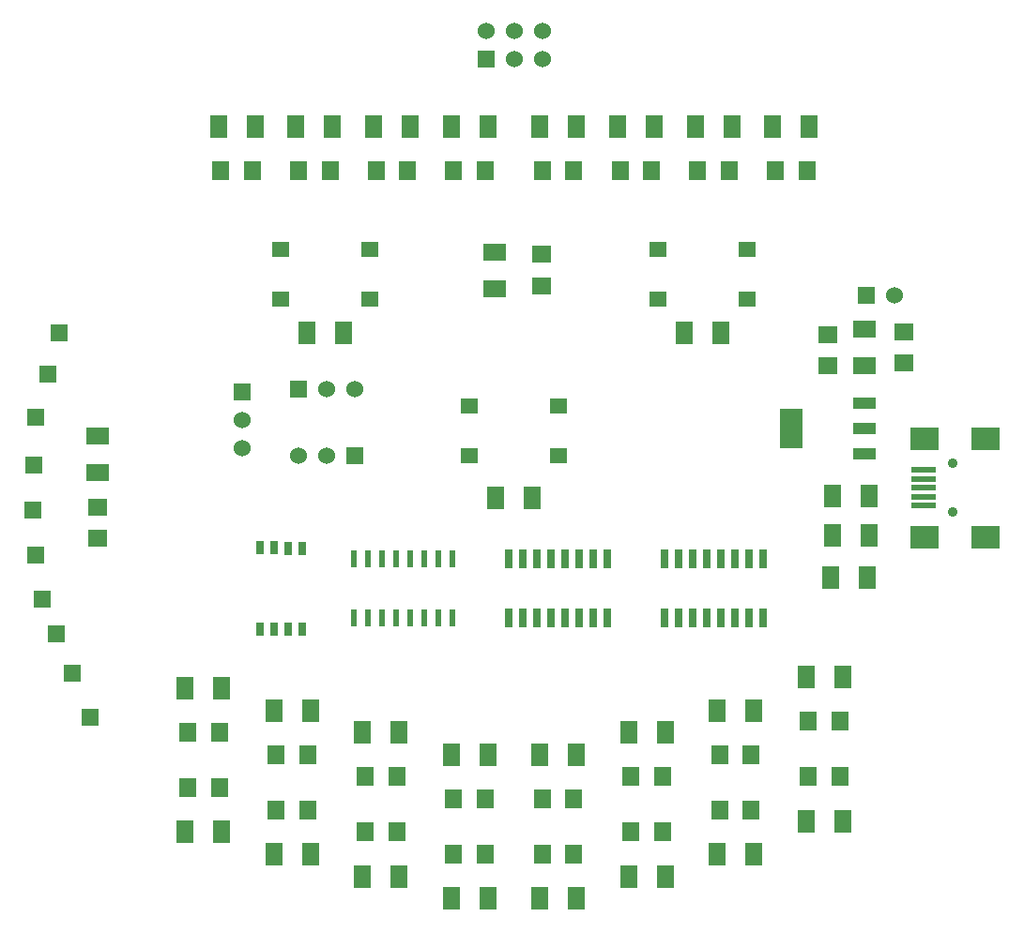
<source format=gts>
G04 (created by PCBNEW (2013-07-07 BZR 4022)-stable) date 4/28/2015 8:48:14 PM*
%MOIN*%
G04 Gerber Fmt 3.4, Leading zero omitted, Abs format*
%FSLAX34Y34*%
G01*
G70*
G90*
G04 APERTURE LIST*
%ADD10C,0.00590551*%
%ADD11R,0.0906X0.0197*%
%ADD12R,0.0984X0.0787*%
%ADD13C,0.0354*%
%ADD14R,0.08X0.144*%
%ADD15R,0.08X0.04*%
%ADD16R,0.06X0.08*%
%ADD17R,0.08X0.06*%
%ADD18R,0.06X0.06*%
%ADD19C,0.06*%
%ADD20R,0.0629X0.0709*%
%ADD21R,0.0709X0.0629*%
%ADD22R,0.0629921X0.0551181*%
%ADD23R,0.025X0.05*%
%ADD24R,0.071X0.063*%
%ADD25R,0.023622X0.0610236*%
%ADD26R,0.0291339X0.0665354*%
G04 APERTURE END LIST*
G54D10*
G54D11*
X93692Y-41930D03*
X93692Y-41615D03*
X93692Y-41300D03*
X93692Y-40985D03*
X93692Y-40670D03*
G54D12*
X93731Y-43052D03*
X95896Y-43052D03*
X93731Y-39548D03*
X95896Y-39548D03*
G54D13*
X94715Y-42166D03*
X94715Y-40434D03*
G54D14*
X89000Y-39200D03*
G54D15*
X91600Y-39200D03*
X91600Y-38300D03*
X91600Y-40100D03*
G54D16*
X84114Y-28464D03*
X82814Y-28464D03*
X71909Y-54330D03*
X70609Y-54330D03*
X75059Y-55118D03*
X73759Y-55118D03*
X78209Y-55905D03*
X76909Y-55905D03*
X81358Y-55905D03*
X80058Y-55905D03*
X84508Y-55118D03*
X83208Y-55118D03*
X87657Y-54330D03*
X86357Y-54330D03*
X69941Y-28464D03*
X68641Y-28464D03*
X72697Y-28464D03*
X71397Y-28464D03*
X75453Y-28464D03*
X74153Y-28464D03*
X78209Y-28464D03*
X76909Y-28464D03*
X81358Y-28464D03*
X80058Y-28464D03*
X90807Y-53149D03*
X89507Y-53149D03*
X86870Y-28464D03*
X85570Y-28464D03*
X89626Y-28464D03*
X88326Y-28464D03*
X86476Y-35787D03*
X85176Y-35787D03*
X79783Y-41653D03*
X78483Y-41653D03*
X73090Y-35787D03*
X71790Y-35787D03*
X68760Y-53543D03*
X67460Y-53543D03*
X68760Y-48425D03*
X67460Y-48425D03*
X71909Y-49212D03*
X70609Y-49212D03*
X75059Y-50000D03*
X73759Y-50000D03*
X78209Y-50787D03*
X76909Y-50787D03*
X81358Y-50787D03*
X80058Y-50787D03*
X84508Y-50000D03*
X83208Y-50000D03*
X87657Y-49212D03*
X86357Y-49212D03*
X90807Y-48031D03*
X89507Y-48031D03*
G54D17*
X64350Y-39450D03*
X64350Y-40750D03*
X91600Y-35650D03*
X91600Y-36950D03*
G54D18*
X78150Y-26050D03*
G54D19*
X78150Y-25050D03*
X79150Y-26050D03*
X79150Y-25050D03*
X80150Y-26050D03*
X80150Y-25050D03*
G54D20*
X70700Y-52755D03*
X71818Y-52755D03*
G54D21*
X64350Y-41991D03*
X64350Y-43109D03*
G54D20*
X89598Y-49606D03*
X90716Y-49606D03*
X88417Y-30039D03*
X89535Y-30039D03*
X85661Y-30039D03*
X86779Y-30039D03*
X82905Y-30039D03*
X84023Y-30039D03*
X80149Y-30039D03*
X81267Y-30039D03*
X77000Y-30039D03*
X78118Y-30039D03*
X74244Y-30039D03*
X75362Y-30039D03*
X71488Y-30039D03*
X72606Y-30039D03*
X68732Y-30039D03*
X69850Y-30039D03*
X86448Y-50787D03*
X87566Y-50787D03*
X83299Y-51574D03*
X84417Y-51574D03*
X80149Y-52362D03*
X81267Y-52362D03*
X67551Y-51968D03*
X68669Y-51968D03*
X67551Y-50000D03*
X68669Y-50000D03*
X70700Y-50787D03*
X71818Y-50787D03*
X73850Y-51574D03*
X74968Y-51574D03*
X77000Y-52362D03*
X78118Y-52362D03*
X89598Y-51574D03*
X90716Y-51574D03*
X86448Y-52755D03*
X87566Y-52755D03*
X83299Y-53543D03*
X84417Y-53543D03*
X80149Y-54330D03*
X81267Y-54330D03*
X77000Y-54330D03*
X78118Y-54330D03*
X73850Y-53543D03*
X74968Y-53543D03*
G54D22*
X87401Y-34586D03*
X87401Y-32814D03*
X84251Y-32814D03*
X84251Y-34586D03*
X74015Y-34586D03*
X74015Y-32814D03*
X70866Y-32814D03*
X70866Y-34586D03*
X80708Y-40177D03*
X80708Y-38405D03*
X77559Y-38405D03*
X77559Y-40177D03*
G54D23*
X70116Y-46336D03*
X70616Y-46336D03*
X71116Y-46336D03*
X71616Y-46336D03*
X71616Y-43449D03*
X71116Y-43449D03*
X70616Y-43427D03*
X70116Y-43427D03*
G54D18*
X91650Y-34450D03*
G54D19*
X92650Y-34450D03*
G54D24*
X93000Y-36850D03*
X93000Y-35750D03*
X90300Y-36950D03*
X90300Y-35850D03*
G54D16*
X90450Y-43000D03*
X91750Y-43000D03*
X90450Y-41600D03*
X91750Y-41600D03*
X90400Y-44500D03*
X91700Y-44500D03*
G54D17*
X78444Y-34212D03*
X78444Y-32912D03*
G54D18*
X69500Y-37900D03*
G54D19*
X69500Y-38900D03*
X69500Y-39900D03*
G54D18*
X71500Y-37800D03*
G54D19*
X72500Y-37800D03*
X73500Y-37800D03*
G54D18*
X73500Y-40150D03*
G54D19*
X72500Y-40150D03*
X71500Y-40150D03*
G54D21*
X80118Y-33003D03*
X80118Y-34121D03*
G54D25*
X73446Y-45944D03*
X73946Y-45944D03*
X74446Y-45944D03*
X74946Y-45944D03*
X75446Y-45944D03*
X75946Y-45944D03*
X76446Y-45944D03*
X76946Y-45944D03*
X76946Y-43818D03*
X76446Y-43818D03*
X75946Y-43818D03*
X75446Y-43818D03*
X74946Y-43818D03*
X74446Y-43818D03*
X73946Y-43818D03*
X73446Y-43818D03*
G54D26*
X84470Y-45944D03*
X84970Y-45944D03*
X85470Y-45944D03*
X85970Y-45944D03*
X86470Y-45944D03*
X86970Y-45944D03*
X87470Y-45944D03*
X87970Y-45944D03*
X87970Y-43818D03*
X87470Y-43818D03*
X86970Y-43818D03*
X86470Y-43818D03*
X85970Y-43818D03*
X85470Y-43818D03*
X84970Y-43818D03*
X84470Y-43818D03*
X78958Y-45944D03*
X79458Y-45944D03*
X79958Y-45944D03*
X80458Y-45944D03*
X80958Y-45944D03*
X81458Y-45944D03*
X81958Y-45944D03*
X82458Y-45944D03*
X82458Y-43818D03*
X81958Y-43818D03*
X81458Y-43818D03*
X80958Y-43818D03*
X80458Y-43818D03*
X79958Y-43818D03*
X79458Y-43818D03*
X78958Y-43818D03*
G54D18*
X62150Y-43700D03*
X62400Y-45250D03*
X63450Y-47900D03*
X64100Y-49450D03*
X63000Y-35800D03*
X62600Y-37250D03*
X62100Y-40500D03*
X62050Y-42100D03*
X62150Y-38800D03*
X62900Y-46500D03*
M02*

</source>
